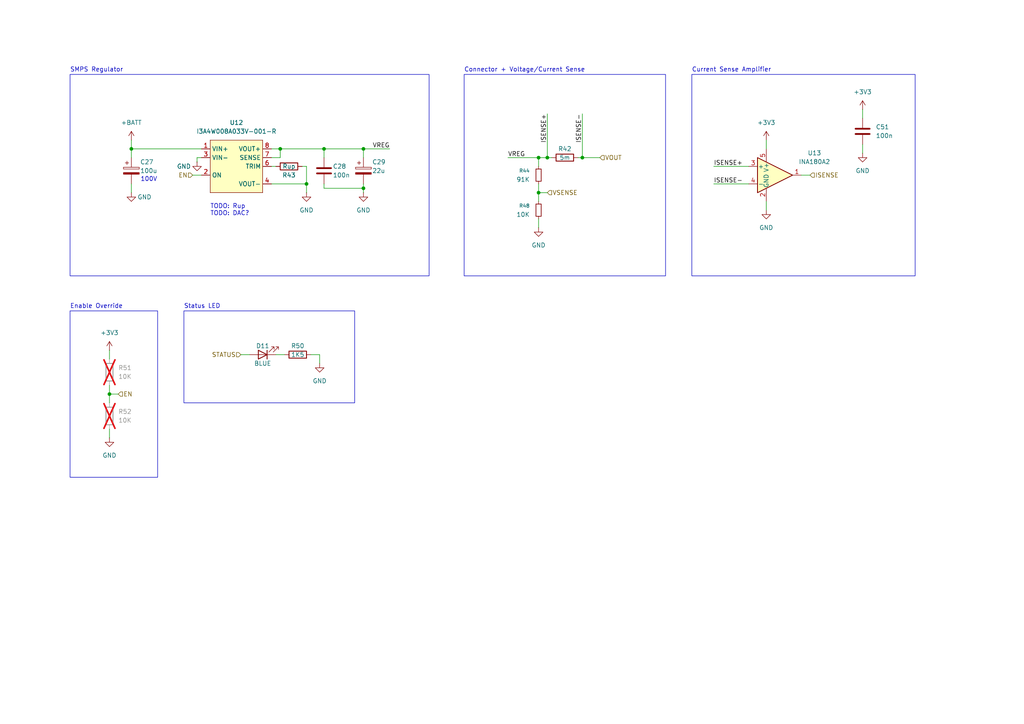
<source format=kicad_sch>
(kicad_sch (version 20250114) (generator "eeschema") (generator_version "9.0")
  (paper "A4")
  (lib_symbols
    (symbol "Amplifier_Current:INA180A2" (pin_names (offset 0.127))
      (property "Reference" "U" (at 3.81 3.81 0))
      (property "Value" "INA180A2" (at 3.81 -2.54 0))
      (symbol "INA180A2_0_1"
        (polyline (pts (xy 5.08 0) (xy -5.08 5.08) (xy -5.08 -5.08) (xy 5.08 0)) (stroke (width 0.254)) (fill (type background)))
      )
      (symbol "INA180A2_1_1"
        (pin input line (at -7.62 2.54 0) (length 2.54) (name "+") (number "3"))
        (pin input line (at -7.62 -2.54 0) (length 2.54) (name "-") (number "4"))
        (pin power_in line (at -2.54 7.62 270) (length 3.81) (name "V+") (number "5"))
        (pin power_in line (at -2.54 -7.62 90) (length 3.81) (name "GND") (number "2"))
        (pin output line (at 7.62 0 180) (length 2.54) (name "~") (number "1"))
      )
    )
    (symbol "Device:C" (pin_numbers (hide yes)) (pin_names (offset 0.254))
      (property "Reference" "C" (at 0.635 2.54 0))
      (property "Value" "C" (at 0.635 -2.54 0))
      (symbol "C_0_1"
        (polyline (pts (xy -2.032 0.762) (xy 2.032 0.762)) (stroke (width 0.508)))
        (polyline (pts (xy -2.032 -0.762) (xy 2.032 -0.762)) (stroke (width 0.508)))
      )
      (symbol "C_1_1"
        (pin passive line (at 0 3.81 270) (length 2.794) (name "~") (number "1"))
        (pin passive line (at 0 -3.81 90) (length 2.794) (name "~") (number "2"))
      )
    )
    (symbol "Device:C_Polarized" (pin_numbers (hide yes)) (pin_names (offset 0.254))
      (property "Reference" "C" (at 0.635 2.54 0))
      (property "Value" "C_Polarized" (at 0.635 -2.54 0))
      (symbol "C_Polarized_0_1"
        (rectangle (start -2.286 0.508) (end 2.286 1.016))
        (polyline (pts (xy -1.778 2.286) (xy -0.762 2.286)))
        (polyline (pts (xy -1.27 2.794) (xy -1.27 1.778)))
        (rectangle (start 2.286 -0.508) (end -2.286 -1.016) (fill (type outline)))
      )
      (symbol "C_Polarized_1_1"
        (pin passive line (at 0 3.81 270) (length 2.794) (name "~") (number "1"))
        (pin passive line (at 0 -3.81 90) (length 2.794) (name "~") (number "2"))
      )
    )
    (symbol "Device:LED" (pin_numbers (hide yes)) (pin_names (offset 1.016) (hide yes))
      (property "Reference" "D" (at 0 2.54 0))
      (property "Value" "LED" (at 0 -2.54 0))
      (symbol "LED_0_1"
        (polyline (pts (xy -3.048 -0.762) (xy -4.572 -2.286) (xy -3.81 -2.286) (xy -4.572 -2.286) (xy -4.572 -1.524)))
        (polyline (pts (xy -1.778 -0.762) (xy -3.302 -2.286) (xy -2.54 -2.286) (xy -3.302 -2.286) (xy -3.302 -1.524)))
        (polyline (pts (xy -1.27 0) (xy 1.27 0)))
        (polyline (pts (xy -1.27 -1.27) (xy -1.27 1.27)) (stroke (width 0.254)))
        (polyline (pts (xy 1.27 -1.27) (xy 1.27 1.27) (xy -1.27 0) (xy 1.27 -1.27)) (stroke (width 0.254)))
      )
      (symbol "LED_1_1"
        (pin passive line (at -3.81 0 0) (length 2.54) (name "K") (number "1"))
        (pin passive line (at 3.81 0 180) (length 2.54) (name "A") (number "2"))
      )
    )
    (symbol "Device:R" (pin_numbers (hide yes)) (pin_names (offset 0))
      (property "Reference" "R" (at 2.032 0 90))
      (property "Value" "R" (at 0 0 90))
      (symbol "R_0_1"
        (rectangle (start -1.016 -2.54) (end 1.016 2.54) (stroke (width 0.254)))
      )
      (symbol "R_1_1"
        (pin passive line (at 0 3.81 270) (length 1.27) (name "~") (number "1"))
        (pin passive line (at 0 -3.81 90) (length 1.27) (name "~") (number "2"))
      )
    )
    (symbol "Device:R_Small" (pin_numbers (hide yes)) (pin_names (offset 0.254) (hide yes))
      (property "Reference" "R" (at 0 0 90))
      (property "Value" "R_Small" (at 1.778 0 90))
      (symbol "R_Small_0_1"
        (rectangle (start -0.762 1.778) (end 0.762 -1.778) (stroke (width 0.2032)))
      )
      (symbol "R_Small_1_1"
        (pin passive line (at 0 2.54 270) (length 0.762) (name "~") (number "1"))
        (pin passive line (at 0 -2.54 90) (length 0.762) (name "~") (number "2"))
      )
    )
    (symbol "Regulator_Switching_Extra:I3A4W008A033V"
      (property "Reference" "U" (at 0 10.414 0))
      (property "Value" "I3A4W008A033V" (at 0 8.636 0))
      (symbol "I3A4W008A033V_1_1"
        (rectangle (start -7.62 7.62) (end 7.62 -7.62) (fill (type background)))
        (pin power_in line (at -10.16 5.08 0) (length 2.54) (name "VIN+") (number "1"))
        (pin power_in line (at -10.16 2.54 0) (length 2.54) (name "VIN-") (number "3"))
        (pin input line (at -10.16 -2.54 0) (length 2.54) (name "ON") (number "2"))
        (pin power_out line (at 10.16 5.08 180) (length 2.54) (name "VOUT+") (number "8"))
        (pin input line (at 10.16 2.54 180) (length 2.54) (name "SENSE") (number "7"))
        (pin input line (at 10.16 0 180) (length 2.54) (name "TRIM") (number "6"))
        (pin power_out line (at 10.16 -5.08 180) (length 2.54) (name "VOUT-") (number "4"))
      )
    )
    (symbol "power:+3V3" (power) (pin_numbers (hide yes)) (pin_names (offset 0) (hide yes))
      (property "Value" "+3V3" (at 0 3.556 0))
      (symbol "+3V3_0_1"
        (polyline (pts (xy -0.762 1.27) (xy 0 2.54)))
        (polyline (pts (xy 0 2.54) (xy 0.762 1.27)))
        (polyline (pts (xy 0 0) (xy 0 2.54)))
      )
      (symbol "+3V3_1_1"
        (pin power_in line (at 0 0 90) (length 0) (name "~") (number "1"))
      )
    )
    (symbol "power:+BATT" (power) (pin_numbers (hide yes)) (pin_names (offset 0) (hide yes))
      (property "Value" "+BATT" (at 0 3.556 0))
      (symbol "+BATT_0_1"
        (polyline (pts (xy -0.762 1.27) (xy 0 2.54)))
        (polyline (pts (xy 0 2.54) (xy 0.762 1.27)))
        (polyline (pts (xy 0 0) (xy 0 2.54)))
      )
      (symbol "+BATT_1_1"
        (pin power_in line (at 0 0 90) (length 0) (name "~") (number "1"))
      )
    )
    (symbol "power:GND" (power) (pin_numbers (hide yes)) (pin_names (offset 0) (hide yes))
      (property "Value" "GND" (at 0 -3.81 0))
      (symbol "GND_0_1"
        (polyline (pts (xy 0 0) (xy 0 -1.27) (xy 1.27 -1.27) (xy 0 -2.54) (xy -1.27 -1.27) (xy 0 -1.27)))
      )
      (symbol "GND_1_1"
        (pin power_in line (at 0 0 270) (length 0) (name "~") (number "1"))
      )
    )
  )
  (rectangle (start 53.34 90.17) (end 102.87 116.84))
  (rectangle (start 20.32 21.59) (end 124.46 80.01))
  (rectangle (start 200.66 21.59) (end 265.43 80.01))
  (rectangle (start 134.62 21.59) (end 193.04 80.01))
  (rectangle (start 20.32 90.17) (end 45.72 138.43))
  (text "Enable Override" (at 20.32 88.9 0) (effects (font (size 1.27 1.27)) (justify left)))
  (text "SMPS Regulator" (at 20.32 20.32 0) (effects (font (size 1.27 1.27)) (justify left)))
  (text "Current Sense Amplifier" (at 200.66 20.32 0) (effects (font (size 1.27 1.27)) (justify left)))
  (text "TODO: Rup\nTODO: DAC?" (at 60.96 60.96 0) (effects (font (size 1.27 1.27)) (justify left)))
  (text "Status LED" (at 53.34 88.9 0) (effects (font (size 1.27 1.27)) (justify left)))
  (text "Connector + Voltage/Current Sense" (at 134.62 20.32 0) (effects (font (size 1.27 1.27)) (justify left)))
  (text "100V" (at 43.18 52.07 0) (effects (font (size 1.27 1.27))))
  (junction (at 105.41 54.61))
  (junction (at 81.28 43.18))
  (junction (at 168.91 45.72))
  (junction (at 105.41 43.18))
  (junction (at 156.21 55.88))
  (junction (at 158.75 45.72))
  (junction (at 31.75 114.3))
  (junction (at 38.1 43.18))
  (junction (at 93.98 43.18))
  (junction (at 88.9 53.34))
  (junction (at 156.21 45.72))
  (wire (pts (xy 222.25 58.42) (xy 222.25 60.96)))
  (wire (pts (xy 156.21 45.72) (xy 158.75 45.72)))
  (wire (pts (xy 222.25 40.64) (xy 222.25 43.18)))
  (wire (pts (xy 69.85 102.87) (xy 72.39 102.87)))
  (wire (pts (xy 31.75 101.6) (xy 31.75 104.14)))
  (wire (pts (xy 31.75 124.46) (xy 31.75 127)))
  (wire (pts (xy 31.75 111.76) (xy 31.75 114.3)))
  (wire (pts (xy 158.75 45.72) (xy 160.02 45.72)))
  (wire (pts (xy 38.1 43.18) (xy 58.42 43.18)))
  (wire (pts (xy 78.74 48.26) (xy 80.01 48.26)))
  (wire (pts (xy 93.98 43.18) (xy 93.98 45.72)))
  (wire (pts (xy 105.41 53.34) (xy 105.41 54.61)))
  (wire (pts (xy 93.98 43.18) (xy 81.28 43.18)))
  (wire (pts (xy 31.75 114.3) (xy 31.75 116.84)))
  (wire (pts (xy 158.75 33.02) (xy 158.75 45.72)))
  (wire (pts (xy 38.1 53.34) (xy 38.1 55.88)))
  (wire (pts (xy 81.28 43.18) (xy 78.74 43.18)))
  (wire (pts (xy 88.9 48.26) (xy 88.9 53.34)))
  (wire (pts (xy 78.74 45.72) (xy 81.28 45.72)))
  (wire (pts (xy 92.71 102.87) (xy 92.71 105.41)))
  (wire (pts (xy 105.41 54.61) (xy 93.98 54.61)))
  (wire (pts (xy 113.03 43.18) (xy 105.41 43.18)))
  (wire (pts (xy 55.88 50.8) (xy 58.42 50.8)))
  (wire (pts (xy 156.21 45.72) (xy 156.21 48.26)))
  (wire (pts (xy 156.21 53.34) (xy 156.21 55.88)))
  (wire (pts (xy 207.01 53.34) (xy 217.17 53.34)))
  (wire (pts (xy 156.21 63.5) (xy 156.21 66.04)))
  (wire (pts (xy 167.64 45.72) (xy 168.91 45.72)))
  (wire (pts (xy 105.41 43.18) (xy 105.41 45.72)))
  (wire (pts (xy 90.17 102.87) (xy 92.71 102.87)))
  (wire (pts (xy 168.91 45.72) (xy 173.99 45.72)))
  (wire (pts (xy 58.42 45.72) (xy 57.15 45.72)))
  (wire (pts (xy 31.75 114.3) (xy 34.29 114.3)))
  (wire (pts (xy 147.32 45.72) (xy 156.21 45.72)))
  (wire (pts (xy 250.19 41.91) (xy 250.19 44.45)))
  (wire (pts (xy 81.28 45.72) (xy 81.28 43.18)))
  (wire (pts (xy 57.15 45.72) (xy 57.15 46.99)))
  (wire (pts (xy 156.21 55.88) (xy 156.21 58.42)))
  (wire (pts (xy 105.41 54.61) (xy 105.41 55.88)))
  (wire (pts (xy 250.19 31.75) (xy 250.19 34.29)))
  (wire (pts (xy 207.01 48.26) (xy 217.17 48.26)))
  (wire (pts (xy 93.98 54.61) (xy 93.98 53.34)))
  (wire (pts (xy 87.63 48.26) (xy 88.9 48.26)))
  (wire (pts (xy 38.1 40.64) (xy 38.1 43.18)))
  (wire (pts (xy 105.41 43.18) (xy 93.98 43.18)))
  (wire (pts (xy 156.21 55.88) (xy 158.75 55.88)))
  (wire (pts (xy 232.41 50.8) (xy 234.95 50.8)))
  (wire (pts (xy 38.1 43.18) (xy 38.1 45.72)))
  (wire (pts (xy 80.01 102.87) (xy 82.55 102.87)))
  (wire (pts (xy 78.74 53.34) (xy 88.9 53.34)))
  (wire (pts (xy 88.9 53.34) (xy 88.9 55.88)))
  (wire (pts (xy 168.91 33.02) (xy 168.91 45.72)))
  (label "ISENSE-" (at 168.91 33.02 270))
  (label "ISENSE-" (at 207.01 53.34 0))
  (label "ISENSE+" (at 158.75 33.02 270))
  (label "VREG" (at 113.03 43.18 180))
  (label "VREG" (at 147.32 45.72 0))
  (label "ISENSE+" (at 207.01 48.26 0))
  (hierarchical_label "EN" (shape input) (at 34.29 114.3 0))
  (hierarchical_label "ISENSE" (shape input) (at 234.95 50.8 0))
  (hierarchical_label "VOUT" (shape input) (at 173.99 45.72 0))
  (hierarchical_label "STATUS" (shape input) (at 69.85 102.87 180))
  (hierarchical_label "VSENSE" (shape input) (at 158.75 55.88 0))
  (hierarchical_label "EN" (shape input) (at 55.88 50.8 180))
  (symbol (lib_id "power:+BATT") (at 38.1 40.64 0) (unit 1)
    (property "Reference" "#PWR071" (effects (hide yes)))
    (property "Value" "+BATT" (at 38.1 35.56 0))
    (property "Description" "Power symbol creates a global label with name \"+BATT\"" (effects (hide yes)))
  )
  (symbol (lib_id "Regulator_Switching_Extra:I3A4W008A033V") (at 68.58 48.26 0) (unit 1)
    (property "Reference" "U12" (at 68.58 35.56 0))
    (property "Value" "I3A4W008A033V-001-R" (at 68.58 38.1 0))
    (property "Footprint" "I3A4W008A033V-001-R:CONV_I3A4W008A033V-001-R" (effects (hide yes)))
    (property "Datasheet" "https://product.tdk.com/system/files/dam/doc/product/power/switching-power/dc-dc-converter/catalog/i3a_e.pdf" (effects (hide yes)))
    (property "Description" "Non-Isolated PoL Module DC DC Converter 1 Output 3.3 ~ 16.5V 8A 9V - 53V Input" (effects (hide yes)))
  )
  (symbol (lib_id "Device:C") (at 93.98 49.53 0) (unit 1)
    (property "Reference" "C28" (at 96.52 48.26 0) (effects (justify left)))
    (property "Value" "100n" (at 96.52 50.8 0) (effects (justify left)))
    (property "Footprint" "Capacitor_SMD:C_0805_2012Metric" (effects (hide yes)))
    (property "Description" "Unpolarized capacitor" (effects (hide yes)))
  )
  (symbol (lib_id "Device:R") (at 163.83 45.72 90) (unit 1)
    (property "Reference" "R42" (at 163.83 43.18 90))
    (property "Value" "5m" (at 163.83 45.72 90))
    (property "Footprint" "Resistor_SMD:R_1206_3216Metric" (effects (hide yes)))
    (property "Description" "Resistor" (effects (hide yes)))
  )
  (symbol (lib_id "Device:R") (at 31.75 107.95 0) (unit 1) (dnp yes)
    (property "Reference" "R51" (at 34.29 106.6799 0) (effects (justify left)))
    (property "Value" "10K" (at 34.29 109.2199 0) (effects (justify left)))
    (property "Footprint" "Resistor_SMD:R_0603_1608Metric" (effects (hide yes)))
    (property "Description" "Resistor" (effects (hide yes)))
  )
  (symbol (lib_id "power:+3V3") (at 222.25 40.64 0) (unit 1)
    (property "Reference" "#PWR072" (effects (hide yes)))
    (property "Value" "+3V3" (at 222.25 35.56 0))
    (property "Description" "Power symbol creates a global label with name \"+3V3\"" (effects (hide yes)))
  )
  (symbol (lib_id "Amplifier_Current:INA180A2") (at 224.79 50.8 0) (unit 1)
    (property "Reference" "U13" (at 236.22 44.3798 0))
    (property "Value" "INA180A2" (at 236.22 46.9198 0))
    (property "Footprint" "Package_TO_SOT_SMD:SOT-23-5" (effects (hide yes)))
    (property "Datasheet" "http://www.ti.com/lit/ds/symlink/ina180.pdf" (effects (hide yes)))
    (property "Description" "Current Sense Amplifier, 1 Circuit, Rail-to-Rail, 26V, Gain 50 V/V, SOT-23-5" (effects (hide yes)))
  )
  (symbol (lib_id "power:GND") (at 38.1 55.88 0) (unit 1)
    (property "Reference" "#PWR083" (effects (hide yes)))
    (property "Value" "GND" (at 41.91 57.15 0))
    (property "Description" "Power symbol creates a global label with name \"GND\" , ground" (effects (hide yes)))
  )
  (symbol (lib_id "Device:R") (at 86.36 102.87 90) (unit 1)
    (property "Reference" "R50" (at 86.36 100.33 90))
    (property "Value" "1K5" (at 86.36 102.87 90))
    (property "Footprint" "Resistor_SMD:R_0402_1005Metric" (effects (hide yes)))
    (property "Description" "Resistor" (effects (hide yes)))
  )
  (symbol (lib_id "Device:LED") (at 76.2 102.87 180) (unit 1)
    (property "Reference" "D11" (at 76.2 100.33 0))
    (property "Value" "BLUE" (at 76.2 105.41 0))
    (property "Footprint" "LED_SMD:LED_0603_1608Metric" (effects (hide yes)))
    (property "Description" "Light emitting diode" (effects (hide yes)))
    (property "Sim.Pins" "1=K 2=A" (effects (hide yes)))
  )
  (symbol (lib_id "power:GND") (at 250.19 44.45 0) (unit 1)
    (property "Reference" "#PWR0177" (effects (hide yes)))
    (property "Value" "GND" (at 250.19 49.53 0))
    (property "Description" "Power symbol creates a global label with name \"GND\" , ground" (effects (hide yes)))
  )
  (symbol (lib_id "Device:C") (at 250.19 38.1 0) (unit 1)
    (property "Reference" "C51" (at 254 36.8299 0) (effects (justify left)))
    (property "Value" "100n" (at 254 39.3699 0) (effects (justify left)))
    (property "Footprint" "Capacitor_SMD:C_0402_1005Metric" (effects (hide yes)))
    (property "Description" "Unpolarized capacitor" (effects (hide yes)))
  )
  (symbol (lib_id "Device:R_Small") (at 156.21 60.96 0) (mirror y) (unit 1)
    (property "Reference" "R48" (at 153.67 59.6899 0) (effects (font (size 1.016 1.016)) (justify left)))
    (property "Value" "10K" (at 153.67 62.2299 0) (effects (justify left)))
    (property "Footprint" "Resistor_SMD:R_0603_1608Metric" (effects (hide yes)))
    (property "Description" "Resistor, small symbol" (effects (hide yes)))
  )
  (symbol (lib_id "power:GND") (at 156.21 66.04 0) (unit 1)
    (property "Reference" "#PWR089" (effects (hide yes)))
    (property "Value" "GND" (at 156.21 71.12 0))
    (property "Description" "Power symbol creates a global label with name \"GND\" , ground" (effects (hide yes)))
  )
  (symbol (lib_id "power:GND") (at 92.71 105.41 0) (unit 1)
    (property "Reference" "#PWR092" (effects (hide yes)))
    (property "Value" "GND" (at 92.71 110.49 0))
    (property "Description" "Power symbol creates a global label with name \"GND\" , ground" (effects (hide yes)))
  )
  (symbol (lib_id "power:GND") (at 31.75 127 0) (unit 1)
    (property "Reference" "#PWR093" (effects (hide yes)))
    (property "Value" "GND" (at 31.75 132.08 0))
    (property "Description" "Power symbol creates a global label with name \"GND\" , ground" (effects (hide yes)))
  )
  (symbol (lib_id "power:GND") (at 57.15 46.99 0) (unit 1)
    (property "Reference" "#PWR077" (effects (hide yes)))
    (property "Value" "GND" (at 53.34 48.26 0))
    (property "Description" "Power symbol creates a global label with name \"GND\" , ground" (effects (hide yes)))
  )
  (symbol (lib_id "Device:R") (at 31.75 120.65 0) (unit 1) (dnp yes)
    (property "Reference" "R52" (at 34.29 119.3799 0) (effects (justify left)))
    (property "Value" "10K" (at 34.29 121.9199 0) (effects (justify left)))
    (property "Footprint" "Resistor_SMD:R_0603_1608Metric" (effects (hide yes)))
    (property "Description" "Resistor" (effects (hide yes)))
  )
  (symbol (lib_id "power:GND") (at 105.41 55.88 0) (unit 1)
    (property "Reference" "#PWR084" (effects (hide yes)))
    (property "Value" "GND" (at 105.41 60.96 0))
    (property "Description" "Power symbol creates a global label with name \"GND\" , ground" (effects (hide yes)))
  )
  (symbol (lib_id "Device:C_Polarized") (at 38.1 49.53 0) (unit 1)
    (property "Reference" "C27" (at 40.64 46.99 0) (effects (justify left)))
    (property "Value" "100u" (at 40.64 49.53 0) (effects (justify left)))
    (property "Footprint" "Capacitor_SMD:C_1206_3216Metric" (effects (hide yes)))
    (property "Description" "Polarized capacitor" (effects (hide yes)))
  )
  (symbol (lib_id "Device:R") (at 83.82 48.26 90) (unit 1)
    (property "Reference" "R43" (at 83.82 50.8 90))
    (property "Value" "Rup" (at 83.82 48.26 90))
    (property "Footprint" "Resistor_SMD:R_0603_1608Metric" (effects (hide yes)))
    (property "Description" "Resistor" (effects (hide yes)))
  )
  (symbol (lib_id "Device:C_Polarized") (at 105.41 49.53 0) (unit 1)
    (property "Reference" "C29" (at 107.95 46.99 0) (effects (justify left)))
    (property "Value" "22u" (at 107.95 49.53 0) (effects (justify left)))
    (property "Footprint" "Capacitor_SMD:C_0805_2012Metric" (effects (hide yes)))
    (property "Description" "Polarized capacitor" (effects (hide yes)))
  )
  (symbol (lib_id "power:GND") (at 222.25 60.96 0) (unit 1)
    (property "Reference" "#PWR087" (effects (hide yes)))
    (property "Value" "GND" (at 222.25 66.04 0))
    (property "Description" "Power symbol creates a global label with name \"GND\" , ground" (effects (hide yes)))
  )
  (symbol (lib_id "power:GND") (at 88.9 55.88 0) (unit 1)
    (property "Reference" "#PWR0182" (effects (hide yes)))
    (property "Value" "GND" (at 88.9 60.96 0))
    (property "Description" "Power symbol creates a global label with name \"GND\" , ground" (effects (hide yes)))
  )
  (symbol (lib_id "Device:R_Small") (at 156.21 50.8 0) (mirror y) (unit 1)
    (property "Reference" "R44" (at 153.67 49.5299 0) (effects (font (size 1.016 1.016)) (justify left)))
    (property "Value" "91K" (at 153.67 52.0699 0) (effects (justify left)))
    (property "Footprint" "Resistor_SMD:R_0402_1005Metric" (effects (hide yes)))
    (property "Description" "Resistor, small symbol" (effects (hide yes)))
  )
  (symbol (lib_id "power:+3V3") (at 31.75 101.6 0) (unit 1)
    (property "Reference" "#PWR091" (effects (hide yes)))
    (property "Value" "+3V3" (at 31.75 96.52 0))
    (property "Description" "Power symbol creates a global label with name \"+3V3\"" (effects (hide yes)))
  )
  (symbol (lib_id "power:+3V3") (at 250.19 31.75 0) (unit 1)
    (property "Reference" "#PWR0176" (effects (hide yes)))
    (property "Value" "+3V3" (at 250.19 26.67 0))
    (property "Description" "Power symbol creates a global label with name \"+3V3\"" (effects (hide yes)))
  )
)
</source>
